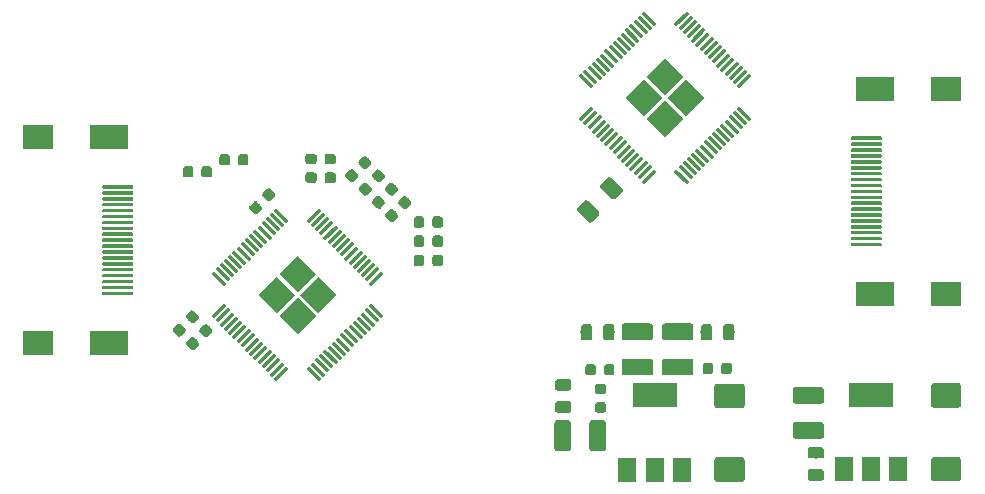
<source format=gtp>
G04 #@! TF.GenerationSoftware,KiCad,Pcbnew,(5.1.0-891-gf1f26a919-dirty)*
G04 #@! TF.CreationDate,2019-06-11T00:28:49+04:00*
G04 #@! TF.ProjectId,hdmishield,68646d69-7368-4696-956c-642e6b696361,rev?*
G04 #@! TF.SameCoordinates,Original*
G04 #@! TF.FileFunction,Paste,Top*
G04 #@! TF.FilePolarity,Positive*
%FSLAX46Y46*%
G04 Gerber Fmt 4.6, Leading zero omitted, Abs format (unit mm)*
G04 Created by KiCad (PCBNEW (5.1.0-891-gf1f26a919-dirty)) date 2019-06-11 00:28:49*
%MOMM*%
%LPD*%
G04 APERTURE LIST*
%ADD10C,0.100000*%
%ADD11R,2.500000X2.000000*%
%ADD12R,3.200000X2.000000*%
%ADD13C,0.300000*%
%ADD14C,0.300000*%
%ADD15C,0.875000*%
%ADD16C,1.250000*%
%ADD17R,1.500000X2.000000*%
%ADD18R,3.800000X2.000000*%
%ADD19C,1.425000*%
%ADD20C,0.975000*%
%ADD21C,2.075000*%
G04 APERTURE END LIST*
D10*
G36*
X70653868Y-74930000D02*
G01*
X69098233Y-76485635D01*
X67542598Y-74930000D01*
X69098233Y-73374365D01*
X70653868Y-74930000D01*
G37*
G36*
X72421635Y-73162233D02*
G01*
X70866000Y-74717868D01*
X69310365Y-73162233D01*
X70866000Y-71606598D01*
X72421635Y-73162233D01*
G37*
G36*
X72421635Y-76697767D02*
G01*
X70866000Y-78253402D01*
X69310365Y-76697767D01*
X70866000Y-75142132D01*
X72421635Y-76697767D01*
G37*
G36*
X74189402Y-74930000D02*
G01*
X72633767Y-76485635D01*
X71078132Y-74930000D01*
X72633767Y-73374365D01*
X74189402Y-74930000D01*
G37*
G36*
X102211299Y-58237139D02*
G01*
X103766934Y-56681504D01*
X105322569Y-58237139D01*
X103766934Y-59792774D01*
X102211299Y-58237139D01*
G37*
G36*
X100443532Y-60004906D02*
G01*
X101999167Y-58449271D01*
X103554802Y-60004906D01*
X101999167Y-61560541D01*
X100443532Y-60004906D01*
G37*
G36*
X100443532Y-56469372D02*
G01*
X101999167Y-54913737D01*
X103554802Y-56469372D01*
X101999167Y-58025007D01*
X100443532Y-56469372D01*
G37*
G36*
X98675765Y-58237139D02*
G01*
X100231400Y-56681504D01*
X101787035Y-58237139D01*
X100231400Y-59792774D01*
X98675765Y-58237139D01*
G37*
D11*
X48914100Y-78994500D03*
X48914100Y-61594500D03*
D12*
X54874100Y-78994500D03*
X54884100Y-61594500D03*
D10*
G36*
X56912133Y-72166467D02*
G01*
X56934100Y-72219500D01*
X56934100Y-72369500D01*
X56912133Y-72422533D01*
X56859100Y-72444500D01*
X54409100Y-72444500D01*
X54356067Y-72422533D01*
X54334100Y-72369500D01*
X54334100Y-72219500D01*
X54356067Y-72166467D01*
X54409100Y-72144500D01*
X56859100Y-72144500D01*
X56912133Y-72166467D01*
X56912133Y-72166467D01*
G37*
D13*
X55634100Y-72294500D03*
D10*
G36*
X56912133Y-71666467D02*
G01*
X56934100Y-71719500D01*
X56934100Y-71869500D01*
X56912133Y-71922533D01*
X56859100Y-71944500D01*
X54409100Y-71944500D01*
X54356067Y-71922533D01*
X54334100Y-71869500D01*
X54334100Y-71719500D01*
X54356067Y-71666467D01*
X54409100Y-71644500D01*
X56859100Y-71644500D01*
X56912133Y-71666467D01*
X56912133Y-71666467D01*
G37*
D13*
X55634100Y-71794500D03*
D10*
G36*
X56912133Y-71166467D02*
G01*
X56934100Y-71219500D01*
X56934100Y-71369500D01*
X56912133Y-71422533D01*
X56859100Y-71444500D01*
X54409100Y-71444500D01*
X54356067Y-71422533D01*
X54334100Y-71369500D01*
X54334100Y-71219500D01*
X54356067Y-71166467D01*
X54409100Y-71144500D01*
X56859100Y-71144500D01*
X56912133Y-71166467D01*
X56912133Y-71166467D01*
G37*
D13*
X55634100Y-71294500D03*
D10*
G36*
X56912133Y-70666467D02*
G01*
X56934100Y-70719500D01*
X56934100Y-70869500D01*
X56912133Y-70922533D01*
X56859100Y-70944500D01*
X54409100Y-70944500D01*
X54356067Y-70922533D01*
X54334100Y-70869500D01*
X54334100Y-70719500D01*
X54356067Y-70666467D01*
X54409100Y-70644500D01*
X56859100Y-70644500D01*
X56912133Y-70666467D01*
X56912133Y-70666467D01*
G37*
D13*
X55634100Y-70794500D03*
D10*
G36*
X56912133Y-69166467D02*
G01*
X56934100Y-69219500D01*
X56934100Y-69369500D01*
X56912133Y-69422533D01*
X56859100Y-69444500D01*
X54409100Y-69444500D01*
X54356067Y-69422533D01*
X54334100Y-69369500D01*
X54334100Y-69219500D01*
X54356067Y-69166467D01*
X54409100Y-69144500D01*
X56859100Y-69144500D01*
X56912133Y-69166467D01*
X56912133Y-69166467D01*
G37*
D13*
X55634100Y-69294500D03*
D10*
G36*
X56912133Y-68666467D02*
G01*
X56934100Y-68719500D01*
X56934100Y-68869500D01*
X56912133Y-68922533D01*
X56859100Y-68944500D01*
X54409100Y-68944500D01*
X54356067Y-68922533D01*
X54334100Y-68869500D01*
X54334100Y-68719500D01*
X54356067Y-68666467D01*
X54409100Y-68644500D01*
X56859100Y-68644500D01*
X56912133Y-68666467D01*
X56912133Y-68666467D01*
G37*
D13*
X55634100Y-68794500D03*
D10*
G36*
X56912133Y-65666467D02*
G01*
X56934100Y-65719500D01*
X56934100Y-65869500D01*
X56912133Y-65922533D01*
X56859100Y-65944500D01*
X54409100Y-65944500D01*
X54356067Y-65922533D01*
X54334100Y-65869500D01*
X54334100Y-65719500D01*
X54356067Y-65666467D01*
X54409100Y-65644500D01*
X56859100Y-65644500D01*
X56912133Y-65666467D01*
X56912133Y-65666467D01*
G37*
D13*
X55634100Y-65794500D03*
D10*
G36*
X56912133Y-66666467D02*
G01*
X56934100Y-66719500D01*
X56934100Y-66869500D01*
X56912133Y-66922533D01*
X56859100Y-66944500D01*
X54409100Y-66944500D01*
X54356067Y-66922533D01*
X54334100Y-66869500D01*
X54334100Y-66719500D01*
X54356067Y-66666467D01*
X54409100Y-66644500D01*
X56859100Y-66644500D01*
X56912133Y-66666467D01*
X56912133Y-66666467D01*
G37*
D13*
X55634100Y-66794500D03*
D10*
G36*
X56912133Y-66166467D02*
G01*
X56934100Y-66219500D01*
X56934100Y-66369500D01*
X56912133Y-66422533D01*
X56859100Y-66444500D01*
X54409100Y-66444500D01*
X54356067Y-66422533D01*
X54334100Y-66369500D01*
X54334100Y-66219500D01*
X54356067Y-66166467D01*
X54409100Y-66144500D01*
X56859100Y-66144500D01*
X56912133Y-66166467D01*
X56912133Y-66166467D01*
G37*
D13*
X55634100Y-66294500D03*
D10*
G36*
X56912133Y-74666467D02*
G01*
X56934100Y-74719500D01*
X56934100Y-74869500D01*
X56912133Y-74922533D01*
X56859100Y-74944500D01*
X54409100Y-74944500D01*
X54356067Y-74922533D01*
X54334100Y-74869500D01*
X54334100Y-74719500D01*
X54356067Y-74666467D01*
X54409100Y-74644500D01*
X56859100Y-74644500D01*
X56912133Y-74666467D01*
X56912133Y-74666467D01*
G37*
D13*
X55634100Y-74794500D03*
D10*
G36*
X56912133Y-74166467D02*
G01*
X56934100Y-74219500D01*
X56934100Y-74369500D01*
X56912133Y-74422533D01*
X56859100Y-74444500D01*
X54409100Y-74444500D01*
X54356067Y-74422533D01*
X54334100Y-74369500D01*
X54334100Y-74219500D01*
X54356067Y-74166467D01*
X54409100Y-74144500D01*
X56859100Y-74144500D01*
X56912133Y-74166467D01*
X56912133Y-74166467D01*
G37*
D13*
X55634100Y-74294500D03*
D10*
G36*
X56912133Y-73666467D02*
G01*
X56934100Y-73719500D01*
X56934100Y-73869500D01*
X56912133Y-73922533D01*
X56859100Y-73944500D01*
X54409100Y-73944500D01*
X54356067Y-73922533D01*
X54334100Y-73869500D01*
X54334100Y-73719500D01*
X54356067Y-73666467D01*
X54409100Y-73644500D01*
X56859100Y-73644500D01*
X56912133Y-73666467D01*
X56912133Y-73666467D01*
G37*
D13*
X55634100Y-73794500D03*
D10*
G36*
X56912133Y-73166467D02*
G01*
X56934100Y-73219500D01*
X56934100Y-73369500D01*
X56912133Y-73422533D01*
X56859100Y-73444500D01*
X54409100Y-73444500D01*
X54356067Y-73422533D01*
X54334100Y-73369500D01*
X54334100Y-73219500D01*
X54356067Y-73166467D01*
X54409100Y-73144500D01*
X56859100Y-73144500D01*
X56912133Y-73166467D01*
X56912133Y-73166467D01*
G37*
D13*
X55634100Y-73294500D03*
D10*
G36*
X56912133Y-72666467D02*
G01*
X56934100Y-72719500D01*
X56934100Y-72869500D01*
X56912133Y-72922533D01*
X56859100Y-72944500D01*
X54409100Y-72944500D01*
X54356067Y-72922533D01*
X54334100Y-72869500D01*
X54334100Y-72719500D01*
X54356067Y-72666467D01*
X54409100Y-72644500D01*
X56859100Y-72644500D01*
X56912133Y-72666467D01*
X56912133Y-72666467D01*
G37*
D13*
X55634100Y-72794500D03*
D10*
G36*
X56912133Y-70166467D02*
G01*
X56934100Y-70219500D01*
X56934100Y-70369500D01*
X56912133Y-70422533D01*
X56859100Y-70444500D01*
X54409100Y-70444500D01*
X54356067Y-70422533D01*
X54334100Y-70369500D01*
X54334100Y-70219500D01*
X54356067Y-70166467D01*
X54409100Y-70144500D01*
X56859100Y-70144500D01*
X56912133Y-70166467D01*
X56912133Y-70166467D01*
G37*
D13*
X55634100Y-70294500D03*
D10*
G36*
X56912133Y-69666467D02*
G01*
X56934100Y-69719500D01*
X56934100Y-69869500D01*
X56912133Y-69922533D01*
X56859100Y-69944500D01*
X54409100Y-69944500D01*
X54356067Y-69922533D01*
X54334100Y-69869500D01*
X54334100Y-69719500D01*
X54356067Y-69666467D01*
X54409100Y-69644500D01*
X56859100Y-69644500D01*
X56912133Y-69666467D01*
X56912133Y-69666467D01*
G37*
D13*
X55634100Y-69794500D03*
D10*
G36*
X56912133Y-68166467D02*
G01*
X56934100Y-68219500D01*
X56934100Y-68369500D01*
X56912133Y-68422533D01*
X56859100Y-68444500D01*
X54409100Y-68444500D01*
X54356067Y-68422533D01*
X54334100Y-68369500D01*
X54334100Y-68219500D01*
X54356067Y-68166467D01*
X54409100Y-68144500D01*
X56859100Y-68144500D01*
X56912133Y-68166467D01*
X56912133Y-68166467D01*
G37*
D13*
X55634100Y-68294500D03*
D10*
G36*
X56912133Y-67666467D02*
G01*
X56934100Y-67719500D01*
X56934100Y-67869500D01*
X56912133Y-67922533D01*
X56859100Y-67944500D01*
X54409100Y-67944500D01*
X54356067Y-67922533D01*
X54334100Y-67869500D01*
X54334100Y-67719500D01*
X54356067Y-67666467D01*
X54409100Y-67644500D01*
X56859100Y-67644500D01*
X56912133Y-67666467D01*
X56912133Y-67666467D01*
G37*
D13*
X55634100Y-67794500D03*
D10*
G36*
X56912133Y-67166467D02*
G01*
X56934100Y-67219500D01*
X56934100Y-67369500D01*
X56912133Y-67422533D01*
X56859100Y-67444500D01*
X54409100Y-67444500D01*
X54356067Y-67422533D01*
X54334100Y-67369500D01*
X54334100Y-67219500D01*
X54356067Y-67166467D01*
X54409100Y-67144500D01*
X56859100Y-67144500D01*
X56912133Y-67166467D01*
X56912133Y-67166467D01*
G37*
D13*
X55634100Y-67294500D03*
D11*
X125736300Y-57467000D03*
X125736300Y-74867000D03*
D12*
X119776300Y-57467000D03*
X119766300Y-74867000D03*
D10*
G36*
X120294333Y-64038967D02*
G01*
X120316300Y-64092000D01*
X120316300Y-64242000D01*
X120294333Y-64295033D01*
X120241300Y-64317000D01*
X117791300Y-64317000D01*
X117738267Y-64295033D01*
X117716300Y-64242000D01*
X117716300Y-64092000D01*
X117738267Y-64038967D01*
X117791300Y-64017000D01*
X120241300Y-64017000D01*
X120294333Y-64038967D01*
X120294333Y-64038967D01*
G37*
D13*
X119016300Y-64167000D03*
D10*
G36*
X120294333Y-64538967D02*
G01*
X120316300Y-64592000D01*
X120316300Y-64742000D01*
X120294333Y-64795033D01*
X120241300Y-64817000D01*
X117791300Y-64817000D01*
X117738267Y-64795033D01*
X117716300Y-64742000D01*
X117716300Y-64592000D01*
X117738267Y-64538967D01*
X117791300Y-64517000D01*
X120241300Y-64517000D01*
X120294333Y-64538967D01*
X120294333Y-64538967D01*
G37*
D13*
X119016300Y-64667000D03*
D10*
G36*
X120294333Y-65038967D02*
G01*
X120316300Y-65092000D01*
X120316300Y-65242000D01*
X120294333Y-65295033D01*
X120241300Y-65317000D01*
X117791300Y-65317000D01*
X117738267Y-65295033D01*
X117716300Y-65242000D01*
X117716300Y-65092000D01*
X117738267Y-65038967D01*
X117791300Y-65017000D01*
X120241300Y-65017000D01*
X120294333Y-65038967D01*
X120294333Y-65038967D01*
G37*
D13*
X119016300Y-65167000D03*
D10*
G36*
X120294333Y-65538967D02*
G01*
X120316300Y-65592000D01*
X120316300Y-65742000D01*
X120294333Y-65795033D01*
X120241300Y-65817000D01*
X117791300Y-65817000D01*
X117738267Y-65795033D01*
X117716300Y-65742000D01*
X117716300Y-65592000D01*
X117738267Y-65538967D01*
X117791300Y-65517000D01*
X120241300Y-65517000D01*
X120294333Y-65538967D01*
X120294333Y-65538967D01*
G37*
D13*
X119016300Y-65667000D03*
D10*
G36*
X120294333Y-67038967D02*
G01*
X120316300Y-67092000D01*
X120316300Y-67242000D01*
X120294333Y-67295033D01*
X120241300Y-67317000D01*
X117791300Y-67317000D01*
X117738267Y-67295033D01*
X117716300Y-67242000D01*
X117716300Y-67092000D01*
X117738267Y-67038967D01*
X117791300Y-67017000D01*
X120241300Y-67017000D01*
X120294333Y-67038967D01*
X120294333Y-67038967D01*
G37*
D13*
X119016300Y-67167000D03*
D10*
G36*
X120294333Y-67538967D02*
G01*
X120316300Y-67592000D01*
X120316300Y-67742000D01*
X120294333Y-67795033D01*
X120241300Y-67817000D01*
X117791300Y-67817000D01*
X117738267Y-67795033D01*
X117716300Y-67742000D01*
X117716300Y-67592000D01*
X117738267Y-67538967D01*
X117791300Y-67517000D01*
X120241300Y-67517000D01*
X120294333Y-67538967D01*
X120294333Y-67538967D01*
G37*
D13*
X119016300Y-67667000D03*
D10*
G36*
X120294333Y-70538967D02*
G01*
X120316300Y-70592000D01*
X120316300Y-70742000D01*
X120294333Y-70795033D01*
X120241300Y-70817000D01*
X117791300Y-70817000D01*
X117738267Y-70795033D01*
X117716300Y-70742000D01*
X117716300Y-70592000D01*
X117738267Y-70538967D01*
X117791300Y-70517000D01*
X120241300Y-70517000D01*
X120294333Y-70538967D01*
X120294333Y-70538967D01*
G37*
D13*
X119016300Y-70667000D03*
D10*
G36*
X120294333Y-69538967D02*
G01*
X120316300Y-69592000D01*
X120316300Y-69742000D01*
X120294333Y-69795033D01*
X120241300Y-69817000D01*
X117791300Y-69817000D01*
X117738267Y-69795033D01*
X117716300Y-69742000D01*
X117716300Y-69592000D01*
X117738267Y-69538967D01*
X117791300Y-69517000D01*
X120241300Y-69517000D01*
X120294333Y-69538967D01*
X120294333Y-69538967D01*
G37*
D13*
X119016300Y-69667000D03*
D10*
G36*
X120294333Y-70038967D02*
G01*
X120316300Y-70092000D01*
X120316300Y-70242000D01*
X120294333Y-70295033D01*
X120241300Y-70317000D01*
X117791300Y-70317000D01*
X117738267Y-70295033D01*
X117716300Y-70242000D01*
X117716300Y-70092000D01*
X117738267Y-70038967D01*
X117791300Y-70017000D01*
X120241300Y-70017000D01*
X120294333Y-70038967D01*
X120294333Y-70038967D01*
G37*
D13*
X119016300Y-70167000D03*
D10*
G36*
X120294333Y-61538967D02*
G01*
X120316300Y-61592000D01*
X120316300Y-61742000D01*
X120294333Y-61795033D01*
X120241300Y-61817000D01*
X117791300Y-61817000D01*
X117738267Y-61795033D01*
X117716300Y-61742000D01*
X117716300Y-61592000D01*
X117738267Y-61538967D01*
X117791300Y-61517000D01*
X120241300Y-61517000D01*
X120294333Y-61538967D01*
X120294333Y-61538967D01*
G37*
D13*
X119016300Y-61667000D03*
D10*
G36*
X120294333Y-62038967D02*
G01*
X120316300Y-62092000D01*
X120316300Y-62242000D01*
X120294333Y-62295033D01*
X120241300Y-62317000D01*
X117791300Y-62317000D01*
X117738267Y-62295033D01*
X117716300Y-62242000D01*
X117716300Y-62092000D01*
X117738267Y-62038967D01*
X117791300Y-62017000D01*
X120241300Y-62017000D01*
X120294333Y-62038967D01*
X120294333Y-62038967D01*
G37*
D13*
X119016300Y-62167000D03*
D10*
G36*
X120294333Y-62538967D02*
G01*
X120316300Y-62592000D01*
X120316300Y-62742000D01*
X120294333Y-62795033D01*
X120241300Y-62817000D01*
X117791300Y-62817000D01*
X117738267Y-62795033D01*
X117716300Y-62742000D01*
X117716300Y-62592000D01*
X117738267Y-62538967D01*
X117791300Y-62517000D01*
X120241300Y-62517000D01*
X120294333Y-62538967D01*
X120294333Y-62538967D01*
G37*
D13*
X119016300Y-62667000D03*
D10*
G36*
X120294333Y-63038967D02*
G01*
X120316300Y-63092000D01*
X120316300Y-63242000D01*
X120294333Y-63295033D01*
X120241300Y-63317000D01*
X117791300Y-63317000D01*
X117738267Y-63295033D01*
X117716300Y-63242000D01*
X117716300Y-63092000D01*
X117738267Y-63038967D01*
X117791300Y-63017000D01*
X120241300Y-63017000D01*
X120294333Y-63038967D01*
X120294333Y-63038967D01*
G37*
D13*
X119016300Y-63167000D03*
D10*
G36*
X120294333Y-63538967D02*
G01*
X120316300Y-63592000D01*
X120316300Y-63742000D01*
X120294333Y-63795033D01*
X120241300Y-63817000D01*
X117791300Y-63817000D01*
X117738267Y-63795033D01*
X117716300Y-63742000D01*
X117716300Y-63592000D01*
X117738267Y-63538967D01*
X117791300Y-63517000D01*
X120241300Y-63517000D01*
X120294333Y-63538967D01*
X120294333Y-63538967D01*
G37*
D13*
X119016300Y-63667000D03*
D10*
G36*
X120294333Y-66038967D02*
G01*
X120316300Y-66092000D01*
X120316300Y-66242000D01*
X120294333Y-66295033D01*
X120241300Y-66317000D01*
X117791300Y-66317000D01*
X117738267Y-66295033D01*
X117716300Y-66242000D01*
X117716300Y-66092000D01*
X117738267Y-66038967D01*
X117791300Y-66017000D01*
X120241300Y-66017000D01*
X120294333Y-66038967D01*
X120294333Y-66038967D01*
G37*
D13*
X119016300Y-66167000D03*
D10*
G36*
X120294333Y-66538967D02*
G01*
X120316300Y-66592000D01*
X120316300Y-66742000D01*
X120294333Y-66795033D01*
X120241300Y-66817000D01*
X117791300Y-66817000D01*
X117738267Y-66795033D01*
X117716300Y-66742000D01*
X117716300Y-66592000D01*
X117738267Y-66538967D01*
X117791300Y-66517000D01*
X120241300Y-66517000D01*
X120294333Y-66538967D01*
X120294333Y-66538967D01*
G37*
D13*
X119016300Y-66667000D03*
D10*
G36*
X120294333Y-68038967D02*
G01*
X120316300Y-68092000D01*
X120316300Y-68242000D01*
X120294333Y-68295033D01*
X120241300Y-68317000D01*
X117791300Y-68317000D01*
X117738267Y-68295033D01*
X117716300Y-68242000D01*
X117716300Y-68092000D01*
X117738267Y-68038967D01*
X117791300Y-68017000D01*
X120241300Y-68017000D01*
X120294333Y-68038967D01*
X120294333Y-68038967D01*
G37*
D13*
X119016300Y-68167000D03*
D10*
G36*
X120294333Y-68538967D02*
G01*
X120316300Y-68592000D01*
X120316300Y-68742000D01*
X120294333Y-68795033D01*
X120241300Y-68817000D01*
X117791300Y-68817000D01*
X117738267Y-68795033D01*
X117716300Y-68742000D01*
X117716300Y-68592000D01*
X117738267Y-68538967D01*
X117791300Y-68517000D01*
X120241300Y-68517000D01*
X120294333Y-68538967D01*
X120294333Y-68538967D01*
G37*
D13*
X119016300Y-68667000D03*
D10*
G36*
X120294333Y-69038967D02*
G01*
X120316300Y-69092000D01*
X120316300Y-69242000D01*
X120294333Y-69295033D01*
X120241300Y-69317000D01*
X117791300Y-69317000D01*
X117738267Y-69295033D01*
X117716300Y-69242000D01*
X117716300Y-69092000D01*
X117738267Y-69038967D01*
X117791300Y-69017000D01*
X120241300Y-69017000D01*
X120294333Y-69038967D01*
X120294333Y-69038967D01*
G37*
D13*
X119016300Y-69167000D03*
X77548159Y-76308858D03*
D14*
X77972423Y-76733122D02*
X77123895Y-75884594D01*
D13*
X77194606Y-76662412D03*
D14*
X77618870Y-77086676D02*
X76770342Y-76238148D01*
D13*
X76841052Y-77015965D03*
D14*
X77265316Y-77440229D02*
X76416788Y-76591701D01*
D13*
X76487499Y-77369518D03*
D14*
X76911763Y-77793782D02*
X76063235Y-76945254D01*
D13*
X76133946Y-77723072D03*
D14*
X76558210Y-78147336D02*
X75709682Y-77298808D01*
D13*
X75780392Y-78076625D03*
D14*
X76204656Y-78500889D02*
X75356128Y-77652361D01*
D13*
X75426839Y-78430179D03*
D14*
X75851103Y-78854443D02*
X75002575Y-78005915D01*
D13*
X75073285Y-78783732D03*
D14*
X75497549Y-79207996D02*
X74649021Y-78359468D01*
D13*
X74719732Y-79137285D03*
D14*
X75143996Y-79561549D02*
X74295468Y-78713021D01*
D13*
X74366179Y-79490839D03*
D14*
X74790443Y-79915103D02*
X73941915Y-79066575D01*
D13*
X74012625Y-79844392D03*
D14*
X74436889Y-80268656D02*
X73588361Y-79420128D01*
D13*
X73659072Y-80197946D03*
D14*
X74083336Y-80622210D02*
X73234808Y-79773682D01*
D13*
X73305518Y-80551499D03*
D14*
X73729782Y-80975763D02*
X72881254Y-80127235D01*
D13*
X72951965Y-80905052D03*
D14*
X73376229Y-81329316D02*
X72527701Y-80480788D01*
D13*
X72598412Y-81258606D03*
D14*
X73022676Y-81682870D02*
X72174148Y-80834342D01*
D13*
X72244858Y-81612159D03*
D14*
X72669122Y-82036423D02*
X71820594Y-81187895D01*
D13*
X69487142Y-81612159D03*
D14*
X69911406Y-81187895D02*
X69062878Y-82036423D01*
D13*
X69133588Y-81258606D03*
D14*
X69557852Y-80834342D02*
X68709324Y-81682870D01*
D13*
X68780035Y-80905052D03*
D14*
X69204299Y-80480788D02*
X68355771Y-81329316D01*
D13*
X68426482Y-80551499D03*
D14*
X68850746Y-80127235D02*
X68002218Y-80975763D01*
D13*
X68072928Y-80197946D03*
D14*
X68497192Y-79773682D02*
X67648664Y-80622210D01*
D13*
X67719375Y-79844392D03*
D14*
X68143639Y-79420128D02*
X67295111Y-80268656D01*
D13*
X67365821Y-79490839D03*
D14*
X67790085Y-79066575D02*
X66941557Y-79915103D01*
D13*
X67012268Y-79137285D03*
D14*
X67436532Y-78713021D02*
X66588004Y-79561549D01*
D13*
X66658715Y-78783732D03*
D14*
X67082979Y-78359468D02*
X66234451Y-79207996D01*
D13*
X66305161Y-78430179D03*
D14*
X66729425Y-78005915D02*
X65880897Y-78854443D01*
D13*
X65951608Y-78076625D03*
D14*
X66375872Y-77652361D02*
X65527344Y-78500889D01*
D13*
X65598054Y-77723072D03*
D14*
X66022318Y-77298808D02*
X65173790Y-78147336D01*
D13*
X65244501Y-77369518D03*
D14*
X65668765Y-76945254D02*
X64820237Y-77793782D01*
D13*
X64890948Y-77015965D03*
D14*
X65315212Y-76591701D02*
X64466684Y-77440229D01*
D13*
X64537394Y-76662412D03*
D14*
X64961658Y-76238148D02*
X64113130Y-77086676D01*
D13*
X64183841Y-76308858D03*
D14*
X64608105Y-75884594D02*
X63759577Y-76733122D01*
D13*
X64183841Y-73551142D03*
D14*
X64608105Y-73975406D02*
X63759577Y-73126878D01*
D13*
X64537394Y-73197588D03*
D14*
X64961658Y-73621852D02*
X64113130Y-72773324D01*
D13*
X64890948Y-72844035D03*
D14*
X65315212Y-73268299D02*
X64466684Y-72419771D01*
D13*
X65244501Y-72490482D03*
D14*
X65668765Y-72914746D02*
X64820237Y-72066218D01*
D13*
X65598054Y-72136928D03*
D14*
X66022318Y-72561192D02*
X65173790Y-71712664D01*
D13*
X65951608Y-71783375D03*
D14*
X66375872Y-72207639D02*
X65527344Y-71359111D01*
D13*
X66305161Y-71429821D03*
D14*
X66729425Y-71854085D02*
X65880897Y-71005557D01*
D13*
X66658715Y-71076268D03*
D14*
X67082979Y-71500532D02*
X66234451Y-70652004D01*
D13*
X67012268Y-70722715D03*
D14*
X67436532Y-71146979D02*
X66588004Y-70298451D01*
D13*
X67365821Y-70369161D03*
D14*
X67790085Y-70793425D02*
X66941557Y-69944897D01*
D13*
X67719375Y-70015608D03*
D14*
X68143639Y-70439872D02*
X67295111Y-69591344D01*
D13*
X68072928Y-69662054D03*
D14*
X68497192Y-70086318D02*
X67648664Y-69237790D01*
D13*
X68426482Y-69308501D03*
D14*
X68850746Y-69732765D02*
X68002218Y-68884237D01*
D13*
X68780035Y-68954948D03*
D14*
X69204299Y-69379212D02*
X68355771Y-68530684D01*
D13*
X69133588Y-68601394D03*
D14*
X69557852Y-69025658D02*
X68709324Y-68177130D01*
D13*
X69487142Y-68247841D03*
D14*
X69911406Y-68672105D02*
X69062878Y-67823577D01*
D13*
X72244858Y-68247841D03*
D14*
X72669122Y-67823577D02*
X71820594Y-68672105D01*
D13*
X72598412Y-68601394D03*
D14*
X73022676Y-68177130D02*
X72174148Y-69025658D01*
D13*
X72951965Y-68954948D03*
D14*
X73376229Y-68530684D02*
X72527701Y-69379212D01*
D13*
X73305518Y-69308501D03*
D14*
X73729782Y-68884237D02*
X72881254Y-69732765D01*
D13*
X73659072Y-69662054D03*
D14*
X74083336Y-69237790D02*
X73234808Y-70086318D01*
D13*
X74012625Y-70015608D03*
D14*
X74436889Y-69591344D02*
X73588361Y-70439872D01*
D13*
X74366179Y-70369161D03*
D14*
X74790443Y-69944897D02*
X73941915Y-70793425D01*
D13*
X74719732Y-70722715D03*
D14*
X75143996Y-70298451D02*
X74295468Y-71146979D01*
D13*
X75073285Y-71076268D03*
D14*
X75497549Y-70652004D02*
X74649021Y-71500532D01*
D13*
X75426839Y-71429821D03*
D14*
X75851103Y-71005557D02*
X75002575Y-71854085D01*
D13*
X75780392Y-71783375D03*
D14*
X76204656Y-71359111D02*
X75356128Y-72207639D01*
D13*
X76133946Y-72136928D03*
D14*
X76558210Y-71712664D02*
X75709682Y-72561192D01*
D13*
X76487499Y-72490482D03*
D14*
X76911763Y-72066218D02*
X76063235Y-72914746D01*
D13*
X76841052Y-72844035D03*
D14*
X77265316Y-72419771D02*
X76416788Y-73268299D01*
D13*
X77194606Y-73197588D03*
D14*
X77618870Y-72773324D02*
X76770342Y-73621852D01*
D13*
X77548159Y-73551142D03*
D14*
X77972423Y-73126878D02*
X77123895Y-73975406D01*
D10*
G36*
X63477624Y-64059912D02*
G01*
X63551213Y-64113378D01*
X63596694Y-64192153D01*
X63607400Y-64259750D01*
X63607400Y-64772250D01*
X63588488Y-64861224D01*
X63535022Y-64934813D01*
X63456247Y-64980294D01*
X63388650Y-64991000D01*
X62951150Y-64991000D01*
X62862176Y-64972088D01*
X62788587Y-64918622D01*
X62743106Y-64839847D01*
X62732400Y-64772250D01*
X62732400Y-64259750D01*
X62751312Y-64170776D01*
X62804778Y-64097187D01*
X62883553Y-64051706D01*
X62951150Y-64041000D01*
X63388650Y-64041000D01*
X63477624Y-64059912D01*
X63477624Y-64059912D01*
G37*
D15*
X63169900Y-64516000D03*
D10*
G36*
X61902624Y-64059912D02*
G01*
X61976213Y-64113378D01*
X62021694Y-64192153D01*
X62032400Y-64259750D01*
X62032400Y-64772250D01*
X62013488Y-64861224D01*
X61960022Y-64934813D01*
X61881247Y-64980294D01*
X61813650Y-64991000D01*
X61376150Y-64991000D01*
X61287176Y-64972088D01*
X61213587Y-64918622D01*
X61168106Y-64839847D01*
X61157400Y-64772250D01*
X61157400Y-64259750D01*
X61176312Y-64170776D01*
X61229778Y-64097187D01*
X61308553Y-64051706D01*
X61376150Y-64041000D01*
X61813650Y-64041000D01*
X61902624Y-64059912D01*
X61902624Y-64059912D01*
G37*
D15*
X61594900Y-64516000D03*
D10*
G36*
X83032014Y-71533766D02*
G01*
X83105603Y-71587232D01*
X83151084Y-71666007D01*
X83161790Y-71733604D01*
X83161790Y-72246104D01*
X83142878Y-72335078D01*
X83089412Y-72408667D01*
X83010637Y-72454148D01*
X82943040Y-72464854D01*
X82505540Y-72464854D01*
X82416566Y-72445942D01*
X82342977Y-72392476D01*
X82297496Y-72313701D01*
X82286790Y-72246104D01*
X82286790Y-71733604D01*
X82305702Y-71644630D01*
X82359168Y-71571041D01*
X82437943Y-71525560D01*
X82505540Y-71514854D01*
X82943040Y-71514854D01*
X83032014Y-71533766D01*
X83032014Y-71533766D01*
G37*
D15*
X82724290Y-71989854D03*
D10*
G36*
X81457014Y-71533766D02*
G01*
X81530603Y-71587232D01*
X81576084Y-71666007D01*
X81586790Y-71733604D01*
X81586790Y-72246104D01*
X81567878Y-72335078D01*
X81514412Y-72408667D01*
X81435637Y-72454148D01*
X81368040Y-72464854D01*
X80930540Y-72464854D01*
X80841566Y-72445942D01*
X80767977Y-72392476D01*
X80722496Y-72313701D01*
X80711790Y-72246104D01*
X80711790Y-71733604D01*
X80730702Y-71644630D01*
X80784168Y-71571041D01*
X80862943Y-71525560D01*
X80930540Y-71514854D01*
X81368040Y-71514854D01*
X81457014Y-71533766D01*
X81457014Y-71533766D01*
G37*
D15*
X81149290Y-71989854D03*
D10*
G36*
X83032014Y-68300874D02*
G01*
X83105603Y-68354340D01*
X83151084Y-68433115D01*
X83161790Y-68500712D01*
X83161790Y-69013212D01*
X83142878Y-69102186D01*
X83089412Y-69175775D01*
X83010637Y-69221256D01*
X82943040Y-69231962D01*
X82505540Y-69231962D01*
X82416566Y-69213050D01*
X82342977Y-69159584D01*
X82297496Y-69080809D01*
X82286790Y-69013212D01*
X82286790Y-68500712D01*
X82305702Y-68411738D01*
X82359168Y-68338149D01*
X82437943Y-68292668D01*
X82505540Y-68281962D01*
X82943040Y-68281962D01*
X83032014Y-68300874D01*
X83032014Y-68300874D01*
G37*
D15*
X82724290Y-68756962D03*
D10*
G36*
X81457014Y-68300874D02*
G01*
X81530603Y-68354340D01*
X81576084Y-68433115D01*
X81586790Y-68500712D01*
X81586790Y-69013212D01*
X81567878Y-69102186D01*
X81514412Y-69175775D01*
X81435637Y-69221256D01*
X81368040Y-69231962D01*
X80930540Y-69231962D01*
X80841566Y-69213050D01*
X80767977Y-69159584D01*
X80722496Y-69080809D01*
X80711790Y-69013212D01*
X80711790Y-68500712D01*
X80730702Y-68411738D01*
X80784168Y-68338149D01*
X80862943Y-68292668D01*
X80930540Y-68281962D01*
X81368040Y-68281962D01*
X81457014Y-68300874D01*
X81457014Y-68300874D01*
G37*
D15*
X81149290Y-68756962D03*
D10*
G36*
X66576424Y-63043912D02*
G01*
X66650013Y-63097378D01*
X66695494Y-63176153D01*
X66706200Y-63243750D01*
X66706200Y-63756250D01*
X66687288Y-63845224D01*
X66633822Y-63918813D01*
X66555047Y-63964294D01*
X66487450Y-63975000D01*
X66049950Y-63975000D01*
X65960976Y-63956088D01*
X65887387Y-63902622D01*
X65841906Y-63823847D01*
X65831200Y-63756250D01*
X65831200Y-63243750D01*
X65850112Y-63154776D01*
X65903578Y-63081187D01*
X65982353Y-63035706D01*
X66049950Y-63025000D01*
X66487450Y-63025000D01*
X66576424Y-63043912D01*
X66576424Y-63043912D01*
G37*
D15*
X66268700Y-63500000D03*
D10*
G36*
X65001424Y-63043912D02*
G01*
X65075013Y-63097378D01*
X65120494Y-63176153D01*
X65131200Y-63243750D01*
X65131200Y-63756250D01*
X65112288Y-63845224D01*
X65058822Y-63918813D01*
X64980047Y-63964294D01*
X64912450Y-63975000D01*
X64474950Y-63975000D01*
X64385976Y-63956088D01*
X64312387Y-63902622D01*
X64266906Y-63823847D01*
X64256200Y-63756250D01*
X64256200Y-63243750D01*
X64275112Y-63154776D01*
X64328578Y-63081187D01*
X64407353Y-63035706D01*
X64474950Y-63025000D01*
X64912450Y-63025000D01*
X65001424Y-63043912D01*
X65001424Y-63043912D01*
G37*
D15*
X64693700Y-63500000D03*
D10*
G36*
X83032014Y-69917320D02*
G01*
X83105603Y-69970786D01*
X83151084Y-70049561D01*
X83161790Y-70117158D01*
X83161790Y-70629658D01*
X83142878Y-70718632D01*
X83089412Y-70792221D01*
X83010637Y-70837702D01*
X82943040Y-70848408D01*
X82505540Y-70848408D01*
X82416566Y-70829496D01*
X82342977Y-70776030D01*
X82297496Y-70697255D01*
X82286790Y-70629658D01*
X82286790Y-70117158D01*
X82305702Y-70028184D01*
X82359168Y-69954595D01*
X82437943Y-69909114D01*
X82505540Y-69898408D01*
X82943040Y-69898408D01*
X83032014Y-69917320D01*
X83032014Y-69917320D01*
G37*
D15*
X82724290Y-70373408D03*
D10*
G36*
X81457014Y-69917320D02*
G01*
X81530603Y-69970786D01*
X81576084Y-70049561D01*
X81586790Y-70117158D01*
X81586790Y-70629658D01*
X81567878Y-70718632D01*
X81514412Y-70792221D01*
X81435637Y-70837702D01*
X81368040Y-70848408D01*
X80930540Y-70848408D01*
X80841566Y-70829496D01*
X80767977Y-70776030D01*
X80722496Y-70697255D01*
X80711790Y-70629658D01*
X80711790Y-70117158D01*
X80730702Y-70028184D01*
X80784168Y-69954595D01*
X80862943Y-69909114D01*
X80930540Y-69898408D01*
X81368040Y-69898408D01*
X81457014Y-69917320D01*
X81457014Y-69917320D01*
G37*
D15*
X81149290Y-70373408D03*
D10*
G36*
X77787801Y-64321289D02*
G01*
X77843171Y-64361517D01*
X78205564Y-64723910D01*
X78255105Y-64800197D01*
X78269334Y-64890038D01*
X78245792Y-64977900D01*
X78205564Y-65033270D01*
X77896205Y-65342629D01*
X77819918Y-65392170D01*
X77730077Y-65406399D01*
X77642215Y-65382857D01*
X77586845Y-65342629D01*
X77224452Y-64980236D01*
X77174911Y-64903949D01*
X77160682Y-64814108D01*
X77184224Y-64726246D01*
X77224452Y-64670876D01*
X77533811Y-64361517D01*
X77610098Y-64311976D01*
X77699939Y-64297747D01*
X77787801Y-64321289D01*
X77787801Y-64321289D01*
G37*
D15*
X77715008Y-64852073D03*
D10*
G36*
X76674107Y-65434983D02*
G01*
X76729477Y-65475211D01*
X77091870Y-65837604D01*
X77141411Y-65913891D01*
X77155640Y-66003732D01*
X77132098Y-66091594D01*
X77091870Y-66146964D01*
X76782511Y-66456323D01*
X76706224Y-66505864D01*
X76616383Y-66520093D01*
X76528521Y-66496551D01*
X76473151Y-66456323D01*
X76110758Y-66093930D01*
X76061217Y-66017643D01*
X76046988Y-65927802D01*
X76070530Y-65839940D01*
X76110758Y-65784570D01*
X76420117Y-65475211D01*
X76496404Y-65425670D01*
X76586245Y-65411441D01*
X76674107Y-65434983D01*
X76674107Y-65434983D01*
G37*
D15*
X76601314Y-65965767D03*
D10*
G36*
X62063446Y-78512063D02*
G01*
X62118816Y-78552291D01*
X62481209Y-78914684D01*
X62530750Y-78990971D01*
X62544979Y-79080812D01*
X62521437Y-79168674D01*
X62481209Y-79224044D01*
X62171850Y-79533403D01*
X62095563Y-79582944D01*
X62005722Y-79597173D01*
X61917860Y-79573631D01*
X61862490Y-79533403D01*
X61500097Y-79171010D01*
X61450556Y-79094723D01*
X61436327Y-79004882D01*
X61459869Y-78917020D01*
X61500097Y-78861650D01*
X61809456Y-78552291D01*
X61885743Y-78502750D01*
X61975584Y-78488521D01*
X62063446Y-78512063D01*
X62063446Y-78512063D01*
G37*
D15*
X61990653Y-79042847D03*
D10*
G36*
X63177140Y-77398369D02*
G01*
X63232510Y-77438597D01*
X63594903Y-77800990D01*
X63644444Y-77877277D01*
X63658673Y-77967118D01*
X63635131Y-78054980D01*
X63594903Y-78110350D01*
X63285544Y-78419709D01*
X63209257Y-78469250D01*
X63119416Y-78483479D01*
X63031554Y-78459937D01*
X62976184Y-78419709D01*
X62613791Y-78057316D01*
X62564250Y-77981029D01*
X62550021Y-77891188D01*
X62573563Y-77803326D01*
X62613791Y-77747956D01*
X62923150Y-77438597D01*
X62999437Y-77389056D01*
X63089278Y-77374827D01*
X63177140Y-77398369D01*
X63177140Y-77398369D01*
G37*
D15*
X63104347Y-77929153D03*
D10*
G36*
X60920446Y-77369063D02*
G01*
X60975816Y-77409291D01*
X61338209Y-77771684D01*
X61387750Y-77847971D01*
X61401979Y-77937812D01*
X61378437Y-78025674D01*
X61338209Y-78081044D01*
X61028850Y-78390403D01*
X60952563Y-78439944D01*
X60862722Y-78454173D01*
X60774860Y-78430631D01*
X60719490Y-78390403D01*
X60357097Y-78028010D01*
X60307556Y-77951723D01*
X60293327Y-77861882D01*
X60316869Y-77774020D01*
X60357097Y-77718650D01*
X60666456Y-77409291D01*
X60742743Y-77359750D01*
X60832584Y-77345521D01*
X60920446Y-77369063D01*
X60920446Y-77369063D01*
G37*
D15*
X60847653Y-77899847D03*
D10*
G36*
X62034140Y-76255369D02*
G01*
X62089510Y-76295597D01*
X62451903Y-76657990D01*
X62501444Y-76734277D01*
X62515673Y-76824118D01*
X62492131Y-76911980D01*
X62451903Y-76967350D01*
X62142544Y-77276709D01*
X62066257Y-77326250D01*
X61976416Y-77340479D01*
X61888554Y-77316937D01*
X61833184Y-77276709D01*
X61470791Y-76914316D01*
X61421250Y-76838029D01*
X61407021Y-76748188D01*
X61430563Y-76660326D01*
X61470791Y-76604956D01*
X61780150Y-76295597D01*
X61856437Y-76246056D01*
X61946278Y-76231827D01*
X62034140Y-76255369D01*
X62034140Y-76255369D01*
G37*
D15*
X61961347Y-76786153D03*
D10*
G36*
X72355046Y-64569925D02*
G01*
X72428635Y-64623391D01*
X72474116Y-64702166D01*
X72484822Y-64769763D01*
X72484822Y-65207263D01*
X72465910Y-65296237D01*
X72412444Y-65369826D01*
X72333669Y-65415307D01*
X72266072Y-65426013D01*
X71753572Y-65426013D01*
X71664598Y-65407101D01*
X71591009Y-65353635D01*
X71545528Y-65274860D01*
X71534822Y-65207263D01*
X71534822Y-64769763D01*
X71553734Y-64680789D01*
X71607200Y-64607200D01*
X71685975Y-64561719D01*
X71753572Y-64551013D01*
X72266072Y-64551013D01*
X72355046Y-64569925D01*
X72355046Y-64569925D01*
G37*
D15*
X72009822Y-64988513D03*
D10*
G36*
X72355046Y-62994925D02*
G01*
X72428635Y-63048391D01*
X72474116Y-63127166D01*
X72484822Y-63194763D01*
X72484822Y-63632263D01*
X72465910Y-63721237D01*
X72412444Y-63794826D01*
X72333669Y-63840307D01*
X72266072Y-63851013D01*
X71753572Y-63851013D01*
X71664598Y-63832101D01*
X71591009Y-63778635D01*
X71545528Y-63699860D01*
X71534822Y-63632263D01*
X71534822Y-63194763D01*
X71553734Y-63105789D01*
X71607200Y-63032200D01*
X71685975Y-62986719D01*
X71753572Y-62976013D01*
X72266072Y-62976013D01*
X72355046Y-62994925D01*
X72355046Y-62994925D01*
G37*
D15*
X72009822Y-63413513D03*
D10*
G36*
X73980390Y-64578269D02*
G01*
X74053979Y-64631735D01*
X74099460Y-64710510D01*
X74110166Y-64778107D01*
X74110166Y-65215607D01*
X74091254Y-65304581D01*
X74037788Y-65378170D01*
X73959013Y-65423651D01*
X73891416Y-65434357D01*
X73378916Y-65434357D01*
X73289942Y-65415445D01*
X73216353Y-65361979D01*
X73170872Y-65283204D01*
X73160166Y-65215607D01*
X73160166Y-64778107D01*
X73179078Y-64689133D01*
X73232544Y-64615544D01*
X73311319Y-64570063D01*
X73378916Y-64559357D01*
X73891416Y-64559357D01*
X73980390Y-64578269D01*
X73980390Y-64578269D01*
G37*
D15*
X73635166Y-64996857D03*
D10*
G36*
X73980390Y-63003269D02*
G01*
X74053979Y-63056735D01*
X74099460Y-63135510D01*
X74110166Y-63203107D01*
X74110166Y-63640607D01*
X74091254Y-63729581D01*
X74037788Y-63803170D01*
X73959013Y-63848651D01*
X73891416Y-63859357D01*
X73378916Y-63859357D01*
X73289942Y-63840445D01*
X73216353Y-63786979D01*
X73170872Y-63708204D01*
X73160166Y-63640607D01*
X73160166Y-63203107D01*
X73179078Y-63114133D01*
X73232544Y-63040544D01*
X73311319Y-62995063D01*
X73378916Y-62984357D01*
X73891416Y-62984357D01*
X73980390Y-63003269D01*
X73980390Y-63003269D01*
G37*
D15*
X73635166Y-63421857D03*
D10*
G36*
X75532292Y-64298455D02*
G01*
X75587662Y-64338683D01*
X75950055Y-64701076D01*
X75999596Y-64777363D01*
X76013825Y-64867204D01*
X75990283Y-64955066D01*
X75950055Y-65010436D01*
X75640696Y-65319795D01*
X75564409Y-65369336D01*
X75474568Y-65383565D01*
X75386706Y-65360023D01*
X75331336Y-65319795D01*
X74968943Y-64957402D01*
X74919402Y-64881115D01*
X74905173Y-64791274D01*
X74928715Y-64703412D01*
X74968943Y-64648042D01*
X75278302Y-64338683D01*
X75354589Y-64289142D01*
X75444430Y-64274913D01*
X75532292Y-64298455D01*
X75532292Y-64298455D01*
G37*
D15*
X75459499Y-64829239D03*
D10*
G36*
X76645986Y-63184761D02*
G01*
X76701356Y-63224989D01*
X77063749Y-63587382D01*
X77113290Y-63663669D01*
X77127519Y-63753510D01*
X77103977Y-63841372D01*
X77063749Y-63896742D01*
X76754390Y-64206101D01*
X76678103Y-64255642D01*
X76588262Y-64269871D01*
X76500400Y-64246329D01*
X76445030Y-64206101D01*
X76082637Y-63843708D01*
X76033096Y-63767421D01*
X76018867Y-63677580D01*
X76042409Y-63589718D01*
X76082637Y-63534348D01*
X76391996Y-63224989D01*
X76468283Y-63175448D01*
X76558124Y-63161219D01*
X76645986Y-63184761D01*
X76645986Y-63184761D01*
G37*
D15*
X76573193Y-63715545D03*
D10*
G36*
X77791707Y-66552583D02*
G01*
X77847077Y-66592811D01*
X78209470Y-66955204D01*
X78259011Y-67031491D01*
X78273240Y-67121332D01*
X78249698Y-67209194D01*
X78209470Y-67264564D01*
X77900111Y-67573923D01*
X77823824Y-67623464D01*
X77733983Y-67637693D01*
X77646121Y-67614151D01*
X77590751Y-67573923D01*
X77228358Y-67211530D01*
X77178817Y-67135243D01*
X77164588Y-67045402D01*
X77188130Y-66957540D01*
X77228358Y-66902170D01*
X77537717Y-66592811D01*
X77614004Y-66543270D01*
X77703845Y-66529041D01*
X77791707Y-66552583D01*
X77791707Y-66552583D01*
G37*
D15*
X77718914Y-67083367D03*
D10*
G36*
X78905401Y-65438889D02*
G01*
X78960771Y-65479117D01*
X79323164Y-65841510D01*
X79372705Y-65917797D01*
X79386934Y-66007638D01*
X79363392Y-66095500D01*
X79323164Y-66150870D01*
X79013805Y-66460229D01*
X78937518Y-66509770D01*
X78847677Y-66523999D01*
X78759815Y-66500457D01*
X78704445Y-66460229D01*
X78342052Y-66097836D01*
X78292511Y-66021549D01*
X78278282Y-65931708D01*
X78301824Y-65843846D01*
X78342052Y-65788476D01*
X78651411Y-65479117D01*
X78727698Y-65429576D01*
X78817539Y-65415347D01*
X78905401Y-65438889D01*
X78905401Y-65438889D01*
G37*
D15*
X78832608Y-65969673D03*
D10*
G36*
X78909307Y-67670183D02*
G01*
X78964677Y-67710411D01*
X79327070Y-68072804D01*
X79376611Y-68149091D01*
X79390840Y-68238932D01*
X79367298Y-68326794D01*
X79327070Y-68382164D01*
X79017711Y-68691523D01*
X78941424Y-68741064D01*
X78851583Y-68755293D01*
X78763721Y-68731751D01*
X78708351Y-68691523D01*
X78345958Y-68329130D01*
X78296417Y-68252843D01*
X78282188Y-68163002D01*
X78305730Y-68075140D01*
X78345958Y-68019770D01*
X78655317Y-67710411D01*
X78731604Y-67660870D01*
X78821445Y-67646641D01*
X78909307Y-67670183D01*
X78909307Y-67670183D01*
G37*
D15*
X78836514Y-68200967D03*
D10*
G36*
X80023001Y-66556489D02*
G01*
X80078371Y-66596717D01*
X80440764Y-66959110D01*
X80490305Y-67035397D01*
X80504534Y-67125238D01*
X80480992Y-67213100D01*
X80440764Y-67268470D01*
X80131405Y-67577829D01*
X80055118Y-67627370D01*
X79965277Y-67641599D01*
X79877415Y-67618057D01*
X79822045Y-67577829D01*
X79459652Y-67215436D01*
X79410111Y-67139149D01*
X79395882Y-67049308D01*
X79419424Y-66961446D01*
X79459652Y-66906076D01*
X79769011Y-66596717D01*
X79845298Y-66547176D01*
X79935139Y-66532947D01*
X80023001Y-66556489D01*
X80023001Y-66556489D01*
G37*
D15*
X79950208Y-67087273D03*
D10*
G36*
X68511140Y-65904869D02*
G01*
X68566510Y-65945097D01*
X68928903Y-66307490D01*
X68978444Y-66383777D01*
X68992673Y-66473618D01*
X68969131Y-66561480D01*
X68928903Y-66616850D01*
X68619544Y-66926209D01*
X68543257Y-66975750D01*
X68453416Y-66989979D01*
X68365554Y-66966437D01*
X68310184Y-66926209D01*
X67947791Y-66563816D01*
X67898250Y-66487529D01*
X67884021Y-66397688D01*
X67907563Y-66309826D01*
X67947791Y-66254456D01*
X68257150Y-65945097D01*
X68333437Y-65895556D01*
X68423278Y-65881327D01*
X68511140Y-65904869D01*
X68511140Y-65904869D01*
G37*
D15*
X68438347Y-66435653D03*
D10*
G36*
X67397446Y-67018563D02*
G01*
X67452816Y-67058791D01*
X67815209Y-67421184D01*
X67864750Y-67497471D01*
X67878979Y-67587312D01*
X67855437Y-67675174D01*
X67815209Y-67730544D01*
X67505850Y-68039903D01*
X67429563Y-68089444D01*
X67339722Y-68103673D01*
X67251860Y-68080131D01*
X67196490Y-68039903D01*
X66834097Y-67677510D01*
X66784556Y-67601223D01*
X66770327Y-67511382D01*
X66793869Y-67423520D01*
X66834097Y-67368150D01*
X67143456Y-67058791D01*
X67219743Y-67009250D01*
X67309584Y-66995021D01*
X67397446Y-67018563D01*
X67397446Y-67018563D01*
G37*
D15*
X67324653Y-67549347D03*
D10*
G36*
X95385445Y-66917372D02*
G01*
X95466551Y-66971565D01*
X96350435Y-67855449D01*
X96404628Y-67936555D01*
X96423658Y-68032226D01*
X96404628Y-68127897D01*
X96350435Y-68209003D01*
X95820105Y-68739333D01*
X95738999Y-68793526D01*
X95643328Y-68812556D01*
X95547657Y-68793526D01*
X95466551Y-68739333D01*
X94582667Y-67855449D01*
X94528474Y-67774343D01*
X94509444Y-67678672D01*
X94528474Y-67583001D01*
X94582667Y-67501895D01*
X95112997Y-66971565D01*
X95194103Y-66917372D01*
X95289774Y-66898342D01*
X95385445Y-66917372D01*
X95385445Y-66917372D01*
G37*
D16*
X95466551Y-67855449D03*
D10*
G36*
X97365343Y-64937474D02*
G01*
X97446449Y-64991667D01*
X98330333Y-65875551D01*
X98384526Y-65956657D01*
X98403556Y-66052328D01*
X98384526Y-66147999D01*
X98330333Y-66229105D01*
X97800003Y-66759435D01*
X97718897Y-66813628D01*
X97623226Y-66832658D01*
X97527555Y-66813628D01*
X97446449Y-66759435D01*
X96562565Y-65875551D01*
X96508372Y-65794445D01*
X96489342Y-65698774D01*
X96508372Y-65603103D01*
X96562565Y-65521997D01*
X97092895Y-64991667D01*
X97174001Y-64937474D01*
X97269672Y-64918444D01*
X97365343Y-64937474D01*
X97365343Y-64937474D01*
G37*
D16*
X97446449Y-65875551D03*
D13*
X95317008Y-56858281D03*
D14*
X94892744Y-56434017D02*
X95741272Y-57282545D01*
D13*
X95670561Y-56504727D03*
D14*
X95246297Y-56080463D02*
X96094825Y-56928991D01*
D13*
X96024115Y-56151174D03*
D14*
X95599851Y-55726910D02*
X96448379Y-56575438D01*
D13*
X96377668Y-55797621D03*
D14*
X95953404Y-55373357D02*
X96801932Y-56221885D01*
D13*
X96731221Y-55444067D03*
D14*
X96306957Y-55019803D02*
X97155485Y-55868331D01*
D13*
X97084775Y-55090514D03*
D14*
X96660511Y-54666250D02*
X97509039Y-55514778D01*
D13*
X97438328Y-54736960D03*
D14*
X97014064Y-54312696D02*
X97862592Y-55161224D01*
D13*
X97791882Y-54383407D03*
D14*
X97367618Y-53959143D02*
X98216146Y-54807671D01*
D13*
X98145435Y-54029854D03*
D14*
X97721171Y-53605590D02*
X98569699Y-54454118D01*
D13*
X98498988Y-53676300D03*
D14*
X98074724Y-53252036D02*
X98923252Y-54100564D01*
D13*
X98852542Y-53322747D03*
D14*
X98428278Y-52898483D02*
X99276806Y-53747011D01*
D13*
X99206095Y-52969193D03*
D14*
X98781831Y-52544929D02*
X99630359Y-53393457D01*
D13*
X99559649Y-52615640D03*
D14*
X99135385Y-52191376D02*
X99983913Y-53039904D01*
D13*
X99913202Y-52262087D03*
D14*
X99488938Y-51837823D02*
X100337466Y-52686351D01*
D13*
X100266755Y-51908533D03*
D14*
X99842491Y-51484269D02*
X100691019Y-52332797D01*
D13*
X100620309Y-51554980D03*
D14*
X100196045Y-51130716D02*
X101044573Y-51979244D01*
D13*
X103378025Y-51554980D03*
D14*
X102953761Y-51979244D02*
X103802289Y-51130716D01*
D13*
X103731579Y-51908533D03*
D14*
X103307315Y-52332797D02*
X104155843Y-51484269D01*
D13*
X104085132Y-52262087D03*
D14*
X103660868Y-52686351D02*
X104509396Y-51837823D01*
D13*
X104438685Y-52615640D03*
D14*
X104014421Y-53039904D02*
X104862949Y-52191376D01*
D13*
X104792239Y-52969193D03*
D14*
X104367975Y-53393457D02*
X105216503Y-52544929D01*
D13*
X105145792Y-53322747D03*
D14*
X104721528Y-53747011D02*
X105570056Y-52898483D01*
D13*
X105499346Y-53676300D03*
D14*
X105075082Y-54100564D02*
X105923610Y-53252036D01*
D13*
X105852899Y-54029854D03*
D14*
X105428635Y-54454118D02*
X106277163Y-53605590D01*
D13*
X106206452Y-54383407D03*
D14*
X105782188Y-54807671D02*
X106630716Y-53959143D01*
D13*
X106560006Y-54736960D03*
D14*
X106135742Y-55161224D02*
X106984270Y-54312696D01*
D13*
X106913559Y-55090514D03*
D14*
X106489295Y-55514778D02*
X107337823Y-54666250D01*
D13*
X107267113Y-55444067D03*
D14*
X106842849Y-55868331D02*
X107691377Y-55019803D01*
D13*
X107620666Y-55797621D03*
D14*
X107196402Y-56221885D02*
X108044930Y-55373357D01*
D13*
X107974219Y-56151174D03*
D14*
X107549955Y-56575438D02*
X108398483Y-55726910D01*
D13*
X108327773Y-56504727D03*
D14*
X107903509Y-56928991D02*
X108752037Y-56080463D01*
D13*
X108681326Y-56858281D03*
D14*
X108257062Y-57282545D02*
X109105590Y-56434017D01*
D13*
X108681326Y-59615997D03*
D14*
X108257062Y-59191733D02*
X109105590Y-60040261D01*
D13*
X108327773Y-59969551D03*
D14*
X107903509Y-59545287D02*
X108752037Y-60393815D01*
D13*
X107974219Y-60323104D03*
D14*
X107549955Y-59898840D02*
X108398483Y-60747368D01*
D13*
X107620666Y-60676657D03*
D14*
X107196402Y-60252393D02*
X108044930Y-61100921D01*
D13*
X107267113Y-61030211D03*
D14*
X106842849Y-60605947D02*
X107691377Y-61454475D01*
D13*
X106913559Y-61383764D03*
D14*
X106489295Y-60959500D02*
X107337823Y-61808028D01*
D13*
X106560006Y-61737318D03*
D14*
X106135742Y-61313054D02*
X106984270Y-62161582D01*
D13*
X106206452Y-62090871D03*
D14*
X105782188Y-61666607D02*
X106630716Y-62515135D01*
D13*
X105852899Y-62444424D03*
D14*
X105428635Y-62020160D02*
X106277163Y-62868688D01*
D13*
X105499346Y-62797978D03*
D14*
X105075082Y-62373714D02*
X105923610Y-63222242D01*
D13*
X105145792Y-63151531D03*
D14*
X104721528Y-62727267D02*
X105570056Y-63575795D01*
D13*
X104792239Y-63505085D03*
D14*
X104367975Y-63080821D02*
X105216503Y-63929349D01*
D13*
X104438685Y-63858638D03*
D14*
X104014421Y-63434374D02*
X104862949Y-64282902D01*
D13*
X104085132Y-64212191D03*
D14*
X103660868Y-63787927D02*
X104509396Y-64636455D01*
D13*
X103731579Y-64565745D03*
D14*
X103307315Y-64141481D02*
X104155843Y-64990009D01*
D13*
X103378025Y-64919298D03*
D14*
X102953761Y-64495034D02*
X103802289Y-65343562D01*
D13*
X100620309Y-64919298D03*
D14*
X100196045Y-65343562D02*
X101044573Y-64495034D01*
D13*
X100266755Y-64565745D03*
D14*
X99842491Y-64990009D02*
X100691019Y-64141481D01*
D13*
X99913202Y-64212191D03*
D14*
X99488938Y-64636455D02*
X100337466Y-63787927D01*
D13*
X99559649Y-63858638D03*
D14*
X99135385Y-64282902D02*
X99983913Y-63434374D01*
D13*
X99206095Y-63505085D03*
D14*
X98781831Y-63929349D02*
X99630359Y-63080821D01*
D13*
X98852542Y-63151531D03*
D14*
X98428278Y-63575795D02*
X99276806Y-62727267D01*
D13*
X98498988Y-62797978D03*
D14*
X98074724Y-63222242D02*
X98923252Y-62373714D01*
D13*
X98145435Y-62444424D03*
D14*
X97721171Y-62868688D02*
X98569699Y-62020160D01*
D13*
X97791882Y-62090871D03*
D14*
X97367618Y-62515135D02*
X98216146Y-61666607D01*
D13*
X97438328Y-61737318D03*
D14*
X97014064Y-62161582D02*
X97862592Y-61313054D01*
D13*
X97084775Y-61383764D03*
D14*
X96660511Y-61808028D02*
X97509039Y-60959500D01*
D13*
X96731221Y-61030211D03*
D14*
X96306957Y-61454475D02*
X97155485Y-60605947D01*
D13*
X96377668Y-60676657D03*
D14*
X95953404Y-61100921D02*
X96801932Y-60252393D01*
D13*
X96024115Y-60323104D03*
D14*
X95599851Y-60747368D02*
X96448379Y-59898840D01*
D13*
X95670561Y-59969551D03*
D14*
X95246297Y-60393815D02*
X96094825Y-59545287D01*
D13*
X95317008Y-59615997D03*
D14*
X94892744Y-60040261D02*
X95741272Y-59191733D01*
D17*
X98794099Y-89742600D03*
X103394099Y-89742600D03*
X101094099Y-89742600D03*
D18*
X101094099Y-83442600D03*
D10*
G36*
X104233271Y-77363130D02*
G01*
X104314377Y-77417323D01*
X104368570Y-77498429D01*
X104387600Y-77594100D01*
X104387600Y-78519100D01*
X104368570Y-78614771D01*
X104314377Y-78695877D01*
X104233271Y-78750070D01*
X104137600Y-78769100D01*
X101987600Y-78769100D01*
X101891929Y-78750070D01*
X101810823Y-78695877D01*
X101756630Y-78614771D01*
X101737600Y-78519100D01*
X101737600Y-77594100D01*
X101756630Y-77498429D01*
X101810823Y-77417323D01*
X101891929Y-77363130D01*
X101987600Y-77344100D01*
X104137600Y-77344100D01*
X104233271Y-77363130D01*
X104233271Y-77363130D01*
G37*
D19*
X103062600Y-78056600D03*
D10*
G36*
X104233271Y-80338130D02*
G01*
X104314377Y-80392323D01*
X104368570Y-80473429D01*
X104387600Y-80569100D01*
X104387600Y-81494100D01*
X104368570Y-81589771D01*
X104314377Y-81670877D01*
X104233271Y-81725070D01*
X104137600Y-81744100D01*
X101987600Y-81744100D01*
X101891929Y-81725070D01*
X101810823Y-81670877D01*
X101756630Y-81589771D01*
X101737600Y-81494100D01*
X101737600Y-80569100D01*
X101756630Y-80473429D01*
X101810823Y-80392323D01*
X101891929Y-80338130D01*
X101987600Y-80319100D01*
X104137600Y-80319100D01*
X104233271Y-80338130D01*
X104233271Y-80338130D01*
G37*
D19*
X103062600Y-81031600D03*
D10*
G36*
X100804271Y-77363130D02*
G01*
X100885377Y-77417323D01*
X100939570Y-77498429D01*
X100958600Y-77594100D01*
X100958600Y-78519100D01*
X100939570Y-78614771D01*
X100885377Y-78695877D01*
X100804271Y-78750070D01*
X100708600Y-78769100D01*
X98558600Y-78769100D01*
X98462929Y-78750070D01*
X98381823Y-78695877D01*
X98327630Y-78614771D01*
X98308600Y-78519100D01*
X98308600Y-77594100D01*
X98327630Y-77498429D01*
X98381823Y-77417323D01*
X98462929Y-77363130D01*
X98558600Y-77344100D01*
X100708600Y-77344100D01*
X100804271Y-77363130D01*
X100804271Y-77363130D01*
G37*
D19*
X99633600Y-78056600D03*
D10*
G36*
X100804271Y-80338130D02*
G01*
X100885377Y-80392323D01*
X100939570Y-80473429D01*
X100958600Y-80569100D01*
X100958600Y-81494100D01*
X100939570Y-81589771D01*
X100885377Y-81670877D01*
X100804271Y-81725070D01*
X100708600Y-81744100D01*
X98558600Y-81744100D01*
X98462929Y-81725070D01*
X98381823Y-81670877D01*
X98327630Y-81589771D01*
X98308600Y-81494100D01*
X98308600Y-80569100D01*
X98327630Y-80473429D01*
X98381823Y-80392323D01*
X98462929Y-80338130D01*
X98558600Y-80319100D01*
X100708600Y-80319100D01*
X100804271Y-80338130D01*
X100804271Y-80338130D01*
G37*
D19*
X99633600Y-81031600D03*
D10*
G36*
X93878271Y-85540630D02*
G01*
X93959377Y-85594823D01*
X94013570Y-85675929D01*
X94032600Y-85771600D01*
X94032600Y-87921600D01*
X94013570Y-88017271D01*
X93959377Y-88098377D01*
X93878271Y-88152570D01*
X93782600Y-88171600D01*
X92857600Y-88171600D01*
X92761929Y-88152570D01*
X92680823Y-88098377D01*
X92626630Y-88017271D01*
X92607600Y-87921600D01*
X92607600Y-85771600D01*
X92626630Y-85675929D01*
X92680823Y-85594823D01*
X92761929Y-85540630D01*
X92857600Y-85521600D01*
X93782600Y-85521600D01*
X93878271Y-85540630D01*
X93878271Y-85540630D01*
G37*
D19*
X93320100Y-86846600D03*
D10*
G36*
X96853271Y-85540630D02*
G01*
X96934377Y-85594823D01*
X96988570Y-85675929D01*
X97007600Y-85771600D01*
X97007600Y-87921600D01*
X96988570Y-88017271D01*
X96934377Y-88098377D01*
X96853271Y-88152570D01*
X96757600Y-88171600D01*
X95832600Y-88171600D01*
X95736929Y-88152570D01*
X95655823Y-88098377D01*
X95601630Y-88017271D01*
X95582600Y-87921600D01*
X95582600Y-85771600D01*
X95601630Y-85675929D01*
X95655823Y-85594823D01*
X95736929Y-85540630D01*
X95832600Y-85521600D01*
X96757600Y-85521600D01*
X96853271Y-85540630D01*
X96853271Y-85540630D01*
G37*
D19*
X96295100Y-86846600D03*
D10*
G36*
X115282271Y-85697530D02*
G01*
X115363377Y-85751723D01*
X115417570Y-85832829D01*
X115436600Y-85928500D01*
X115436600Y-86853500D01*
X115417570Y-86949171D01*
X115363377Y-87030277D01*
X115282271Y-87084470D01*
X115186600Y-87103500D01*
X113036600Y-87103500D01*
X112940929Y-87084470D01*
X112859823Y-87030277D01*
X112805630Y-86949171D01*
X112786600Y-86853500D01*
X112786600Y-85928500D01*
X112805630Y-85832829D01*
X112859823Y-85751723D01*
X112940929Y-85697530D01*
X113036600Y-85678500D01*
X115186600Y-85678500D01*
X115282271Y-85697530D01*
X115282271Y-85697530D01*
G37*
D19*
X114111600Y-86391000D03*
D10*
G36*
X115282271Y-82722530D02*
G01*
X115363377Y-82776723D01*
X115417570Y-82857829D01*
X115436600Y-82953500D01*
X115436600Y-83878500D01*
X115417570Y-83974171D01*
X115363377Y-84055277D01*
X115282271Y-84109470D01*
X115186600Y-84128500D01*
X113036600Y-84128500D01*
X112940929Y-84109470D01*
X112859823Y-84055277D01*
X112805630Y-83974171D01*
X112786600Y-83878500D01*
X112786600Y-82953500D01*
X112805630Y-82857829D01*
X112859823Y-82776723D01*
X112940929Y-82722530D01*
X113036600Y-82703500D01*
X115186600Y-82703500D01*
X115282271Y-82722530D01*
X115282271Y-82722530D01*
G37*
D19*
X114111600Y-83416000D03*
D10*
G36*
X107708491Y-77404673D02*
G01*
X107790491Y-77464249D01*
X107841169Y-77552027D01*
X107853099Y-77627350D01*
X107853099Y-78539850D01*
X107832026Y-78638992D01*
X107772450Y-78720992D01*
X107684672Y-78771670D01*
X107609349Y-78783600D01*
X107121849Y-78783600D01*
X107022707Y-78762527D01*
X106940707Y-78702951D01*
X106890029Y-78615173D01*
X106878099Y-78539850D01*
X106878099Y-77627350D01*
X106899172Y-77528208D01*
X106958748Y-77446208D01*
X107046526Y-77395530D01*
X107121849Y-77383600D01*
X107609349Y-77383600D01*
X107708491Y-77404673D01*
X107708491Y-77404673D01*
G37*
D20*
X107365599Y-78083600D03*
D10*
G36*
X105833491Y-77404673D02*
G01*
X105915491Y-77464249D01*
X105966169Y-77552027D01*
X105978099Y-77627350D01*
X105978099Y-78539850D01*
X105957026Y-78638992D01*
X105897450Y-78720992D01*
X105809672Y-78771670D01*
X105734349Y-78783600D01*
X105246849Y-78783600D01*
X105147707Y-78762527D01*
X105065707Y-78702951D01*
X105015029Y-78615173D01*
X105003099Y-78539850D01*
X105003099Y-77627350D01*
X105024172Y-77528208D01*
X105083748Y-77446208D01*
X105171526Y-77395530D01*
X105246849Y-77383600D01*
X105734349Y-77383600D01*
X105833491Y-77404673D01*
X105833491Y-77404673D01*
G37*
D20*
X105490599Y-78083600D03*
D10*
G36*
X95673493Y-77404673D02*
G01*
X95755493Y-77464249D01*
X95806171Y-77552027D01*
X95818101Y-77627350D01*
X95818101Y-78539850D01*
X95797028Y-78638992D01*
X95737452Y-78720992D01*
X95649674Y-78771670D01*
X95574351Y-78783600D01*
X95086851Y-78783600D01*
X94987709Y-78762527D01*
X94905709Y-78702951D01*
X94855031Y-78615173D01*
X94843101Y-78539850D01*
X94843101Y-77627350D01*
X94864174Y-77528208D01*
X94923750Y-77446208D01*
X95011528Y-77395530D01*
X95086851Y-77383600D01*
X95574351Y-77383600D01*
X95673493Y-77404673D01*
X95673493Y-77404673D01*
G37*
D20*
X95330601Y-78083600D03*
D10*
G36*
X97548493Y-77404673D02*
G01*
X97630493Y-77464249D01*
X97681171Y-77552027D01*
X97693101Y-77627350D01*
X97693101Y-78539850D01*
X97672028Y-78638992D01*
X97612452Y-78720992D01*
X97524674Y-78771670D01*
X97449351Y-78783600D01*
X96961851Y-78783600D01*
X96862709Y-78762527D01*
X96780709Y-78702951D01*
X96730031Y-78615173D01*
X96718101Y-78539850D01*
X96718101Y-77627350D01*
X96739174Y-77528208D01*
X96798750Y-77446208D01*
X96886528Y-77395530D01*
X96961851Y-77383600D01*
X97449351Y-77383600D01*
X97548493Y-77404673D01*
X97548493Y-77404673D01*
G37*
D20*
X97205601Y-78083600D03*
D10*
G36*
X93902492Y-82077173D02*
G01*
X93984492Y-82136749D01*
X94035170Y-82224527D01*
X94047100Y-82299850D01*
X94047100Y-82787350D01*
X94026027Y-82886492D01*
X93966451Y-82968492D01*
X93878673Y-83019170D01*
X93803350Y-83031100D01*
X92890850Y-83031100D01*
X92791708Y-83010027D01*
X92709708Y-82950451D01*
X92659030Y-82862673D01*
X92647100Y-82787350D01*
X92647100Y-82299850D01*
X92668173Y-82200708D01*
X92727749Y-82118708D01*
X92815527Y-82068030D01*
X92890850Y-82056100D01*
X93803350Y-82056100D01*
X93902492Y-82077173D01*
X93902492Y-82077173D01*
G37*
D20*
X93347100Y-82543600D03*
D10*
G36*
X93902492Y-83952173D02*
G01*
X93984492Y-84011749D01*
X94035170Y-84099527D01*
X94047100Y-84174850D01*
X94047100Y-84662350D01*
X94026027Y-84761492D01*
X93966451Y-84843492D01*
X93878673Y-84894170D01*
X93803350Y-84906100D01*
X92890850Y-84906100D01*
X92791708Y-84885027D01*
X92709708Y-84825451D01*
X92659030Y-84737673D01*
X92647100Y-84662350D01*
X92647100Y-84174850D01*
X92668173Y-84075708D01*
X92727749Y-83993708D01*
X92815527Y-83943030D01*
X92890850Y-83931100D01*
X93803350Y-83931100D01*
X93902492Y-83952173D01*
X93902492Y-83952173D01*
G37*
D20*
X93347100Y-84418600D03*
D10*
G36*
X115301992Y-89692573D02*
G01*
X115383992Y-89752149D01*
X115434670Y-89839927D01*
X115446600Y-89915250D01*
X115446600Y-90402750D01*
X115425527Y-90501892D01*
X115365951Y-90583892D01*
X115278173Y-90634570D01*
X115202850Y-90646500D01*
X114290350Y-90646500D01*
X114191208Y-90625427D01*
X114109208Y-90565851D01*
X114058530Y-90478073D01*
X114046600Y-90402750D01*
X114046600Y-89915250D01*
X114067673Y-89816108D01*
X114127249Y-89734108D01*
X114215027Y-89683430D01*
X114290350Y-89671500D01*
X115202850Y-89671500D01*
X115301992Y-89692573D01*
X115301992Y-89692573D01*
G37*
D20*
X114746600Y-90159000D03*
D10*
G36*
X115301992Y-87817573D02*
G01*
X115383992Y-87877149D01*
X115434670Y-87964927D01*
X115446600Y-88040250D01*
X115446600Y-88527750D01*
X115425527Y-88626892D01*
X115365951Y-88708892D01*
X115278173Y-88759570D01*
X115202850Y-88771500D01*
X114290350Y-88771500D01*
X114191208Y-88750427D01*
X114109208Y-88690851D01*
X114058530Y-88603073D01*
X114046600Y-88527750D01*
X114046600Y-88040250D01*
X114067673Y-87941108D01*
X114127249Y-87859108D01*
X114215027Y-87808430D01*
X114290350Y-87796500D01*
X115202850Y-87796500D01*
X115301992Y-87817573D01*
X115301992Y-87817573D01*
G37*
D20*
X114746600Y-88284000D03*
D10*
G36*
X105920824Y-80684212D02*
G01*
X105994413Y-80737678D01*
X106039894Y-80816453D01*
X106050600Y-80884050D01*
X106050600Y-81396550D01*
X106031688Y-81485524D01*
X105978222Y-81559113D01*
X105899447Y-81604594D01*
X105831850Y-81615300D01*
X105394350Y-81615300D01*
X105305376Y-81596388D01*
X105231787Y-81542922D01*
X105186306Y-81464147D01*
X105175600Y-81396550D01*
X105175600Y-80884050D01*
X105194512Y-80795076D01*
X105247978Y-80721487D01*
X105326753Y-80676006D01*
X105394350Y-80665300D01*
X105831850Y-80665300D01*
X105920824Y-80684212D01*
X105920824Y-80684212D01*
G37*
D15*
X105613100Y-81140300D03*
D10*
G36*
X107495824Y-80684212D02*
G01*
X107569413Y-80737678D01*
X107614894Y-80816453D01*
X107625600Y-80884050D01*
X107625600Y-81396550D01*
X107606688Y-81485524D01*
X107553222Y-81559113D01*
X107474447Y-81604594D01*
X107406850Y-81615300D01*
X106969350Y-81615300D01*
X106880376Y-81596388D01*
X106806787Y-81542922D01*
X106761306Y-81464147D01*
X106750600Y-81396550D01*
X106750600Y-80884050D01*
X106769512Y-80795076D01*
X106822978Y-80721487D01*
X106901753Y-80676006D01*
X106969350Y-80665300D01*
X107406850Y-80665300D01*
X107495824Y-80684212D01*
X107495824Y-80684212D01*
G37*
D15*
X107188100Y-81140300D03*
D10*
G36*
X95978823Y-80802512D02*
G01*
X96052412Y-80855978D01*
X96097893Y-80934753D01*
X96108599Y-81002350D01*
X96108599Y-81514850D01*
X96089687Y-81603824D01*
X96036221Y-81677413D01*
X95957446Y-81722894D01*
X95889849Y-81733600D01*
X95452349Y-81733600D01*
X95363375Y-81714688D01*
X95289786Y-81661222D01*
X95244305Y-81582447D01*
X95233599Y-81514850D01*
X95233599Y-81002350D01*
X95252511Y-80913376D01*
X95305977Y-80839787D01*
X95384752Y-80794306D01*
X95452349Y-80783600D01*
X95889849Y-80783600D01*
X95978823Y-80802512D01*
X95978823Y-80802512D01*
G37*
D15*
X95671099Y-81258600D03*
D10*
G36*
X97553823Y-80802512D02*
G01*
X97627412Y-80855978D01*
X97672893Y-80934753D01*
X97683599Y-81002350D01*
X97683599Y-81514850D01*
X97664687Y-81603824D01*
X97611221Y-81677413D01*
X97532446Y-81722894D01*
X97464849Y-81733600D01*
X97027349Y-81733600D01*
X96938375Y-81714688D01*
X96864786Y-81661222D01*
X96819305Y-81582447D01*
X96808599Y-81514850D01*
X96808599Y-81002350D01*
X96827511Y-80913376D01*
X96880977Y-80839787D01*
X96959752Y-80794306D01*
X97027349Y-80783600D01*
X97464849Y-80783600D01*
X97553823Y-80802512D01*
X97553823Y-80802512D01*
G37*
D15*
X97246099Y-81258600D03*
D10*
G36*
X96867324Y-82465512D02*
G01*
X96940913Y-82518978D01*
X96986394Y-82597753D01*
X96997100Y-82665350D01*
X96997100Y-83102850D01*
X96978188Y-83191824D01*
X96924722Y-83265413D01*
X96845947Y-83310894D01*
X96778350Y-83321600D01*
X96265850Y-83321600D01*
X96176876Y-83302688D01*
X96103287Y-83249222D01*
X96057806Y-83170447D01*
X96047100Y-83102850D01*
X96047100Y-82665350D01*
X96066012Y-82576376D01*
X96119478Y-82502787D01*
X96198253Y-82457306D01*
X96265850Y-82446600D01*
X96778350Y-82446600D01*
X96867324Y-82465512D01*
X96867324Y-82465512D01*
G37*
D15*
X96522100Y-82884100D03*
D10*
G36*
X96867324Y-84040512D02*
G01*
X96940913Y-84093978D01*
X96986394Y-84172753D01*
X96997100Y-84240350D01*
X96997100Y-84677850D01*
X96978188Y-84766824D01*
X96924722Y-84840413D01*
X96845947Y-84885894D01*
X96778350Y-84896600D01*
X96265850Y-84896600D01*
X96176876Y-84877688D01*
X96103287Y-84824222D01*
X96057806Y-84745447D01*
X96047100Y-84677850D01*
X96047100Y-84240350D01*
X96066012Y-84151376D01*
X96119478Y-84077787D01*
X96198253Y-84032306D01*
X96265850Y-84021600D01*
X96778350Y-84021600D01*
X96867324Y-84040512D01*
X96867324Y-84040512D01*
G37*
D15*
X96522100Y-84459100D03*
D10*
G36*
X108564771Y-82461631D02*
G01*
X108645877Y-82515824D01*
X108700070Y-82596930D01*
X108719100Y-82692601D01*
X108719100Y-84267601D01*
X108700070Y-84363272D01*
X108645877Y-84444378D01*
X108564771Y-84498571D01*
X108469100Y-84517601D01*
X106419100Y-84517601D01*
X106323429Y-84498571D01*
X106242323Y-84444378D01*
X106188130Y-84363272D01*
X106169100Y-84267601D01*
X106169100Y-82692601D01*
X106188130Y-82596930D01*
X106242323Y-82515824D01*
X106323429Y-82461631D01*
X106419100Y-82442601D01*
X108469100Y-82442601D01*
X108564771Y-82461631D01*
X108564771Y-82461631D01*
G37*
D21*
X107444100Y-83480101D03*
D10*
G36*
X108564771Y-88686631D02*
G01*
X108645877Y-88740824D01*
X108700070Y-88821930D01*
X108719100Y-88917601D01*
X108719100Y-90492601D01*
X108700070Y-90588272D01*
X108645877Y-90669378D01*
X108564771Y-90723571D01*
X108469100Y-90742601D01*
X106419100Y-90742601D01*
X106323429Y-90723571D01*
X106242323Y-90669378D01*
X106188130Y-90588272D01*
X106169100Y-90492601D01*
X106169100Y-88917601D01*
X106188130Y-88821930D01*
X106242323Y-88740824D01*
X106323429Y-88686631D01*
X106419100Y-88667601D01*
X108469100Y-88667601D01*
X108564771Y-88686631D01*
X108564771Y-88686631D01*
G37*
D21*
X107444100Y-89705101D03*
D10*
G36*
X126916271Y-82423530D02*
G01*
X126997377Y-82477723D01*
X127051570Y-82558829D01*
X127070600Y-82654500D01*
X127070600Y-84229500D01*
X127051570Y-84325171D01*
X126997377Y-84406277D01*
X126916271Y-84460470D01*
X126820600Y-84479500D01*
X124770600Y-84479500D01*
X124674929Y-84460470D01*
X124593823Y-84406277D01*
X124539630Y-84325171D01*
X124520600Y-84229500D01*
X124520600Y-82654500D01*
X124539630Y-82558829D01*
X124593823Y-82477723D01*
X124674929Y-82423530D01*
X124770600Y-82404500D01*
X126820600Y-82404500D01*
X126916271Y-82423530D01*
X126916271Y-82423530D01*
G37*
D21*
X125795600Y-83442000D03*
D10*
G36*
X126916271Y-88648530D02*
G01*
X126997377Y-88702723D01*
X127051570Y-88783829D01*
X127070600Y-88879500D01*
X127070600Y-90454500D01*
X127051570Y-90550171D01*
X126997377Y-90631277D01*
X126916271Y-90685470D01*
X126820600Y-90704500D01*
X124770600Y-90704500D01*
X124674929Y-90685470D01*
X124593823Y-90631277D01*
X124539630Y-90550171D01*
X124520600Y-90454500D01*
X124520600Y-88879500D01*
X124539630Y-88783829D01*
X124593823Y-88702723D01*
X124674929Y-88648530D01*
X124770600Y-88629500D01*
X126820600Y-88629500D01*
X126916271Y-88648530D01*
X126916271Y-88648530D01*
G37*
D21*
X125795600Y-89667000D03*
D17*
X117145600Y-89704500D03*
X121745600Y-89704500D03*
X119445600Y-89704500D03*
D18*
X119445600Y-83404500D03*
M02*

</source>
